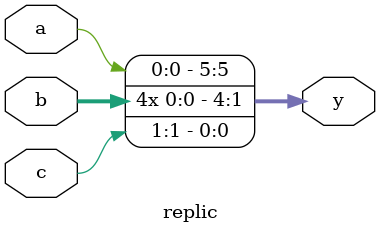
<source format=v>
/*9. Write a module using replication operator:
assign y = {a, {4{b[0]}}, c[1]};*/
module replic(a,b,c,y);
input a;
input [1:0]b,c;
output [5:0]y;
assign y={a,{4{b[0]}},c[1]};
endmodule

</source>
